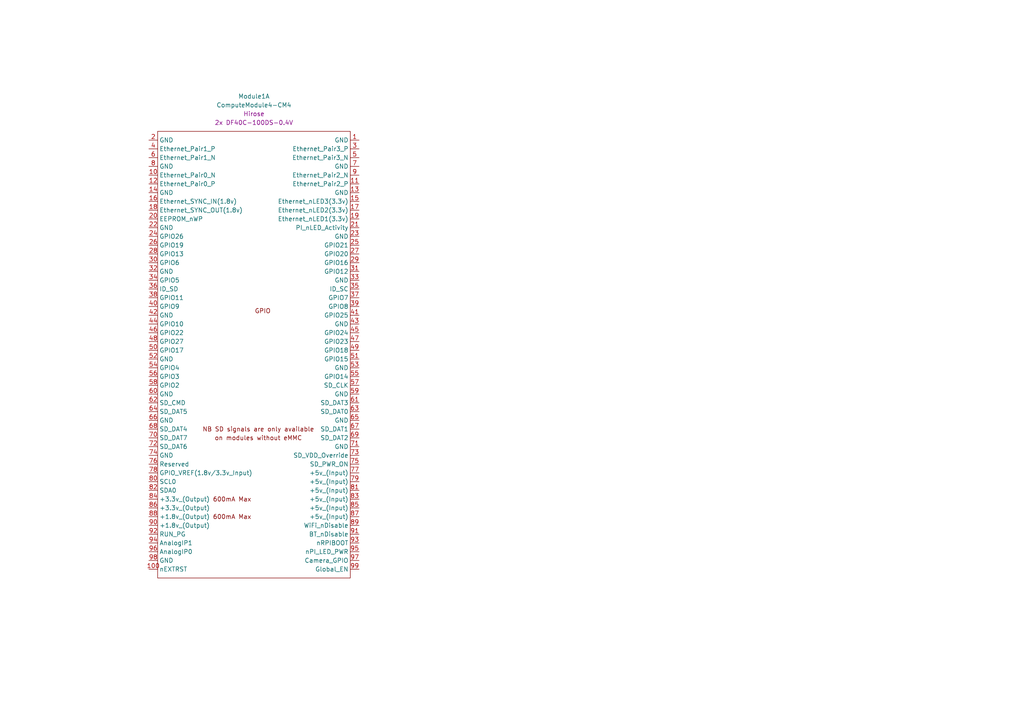
<source format=kicad_sch>
(kicad_sch (version 20250114) (generator "eeschema") (generator_version "9.0")
  (paper "A4")
  (lib_symbols
    (symbol "Raspberry_Pi_CM4:ComputeModule4-CM4"
      (property "Reference" "Module" (at 113.03 -68.58 0))
      (property "Value" "ComputeModule4-CM4" (at 140.97 2.54 0))
      (property "Field4" "Hirose" (at 0 0 0))
      (property "Field5" "2x DF40C-100DS-0.4V" (at 0 -2.54 0))
      (symbol "ComputeModule4-CM4_1_0"
        (text "GPIO" (at 0 6.35 0) (effects (font (size 1.27 1.27))))
      )
      (symbol "ComputeModule4-CM4_1_1"
        (rectangle (start -30.48 -71.12) (end 25.4 58.42))
        (text "600mA Max" (at -8.89 -48.26 0) (effects (font (size 1.27 1.27))))
        (text "600mA Max" (at -8.89 -53.34 0) (effects (font (size 1.27 1.27))))
        (text "NB SD signals are only available" (at -1.27 -27.94 0) (effects (font (size 1.27 1.27))))
        (text "on modules without eMMC" (at -1.27 -30.48 0) (effects (font (size 1.27 1.27))))
        (pin power_in line (at -33.02 55.88 0) (length 2.54) (name "GND") (number "2"))
        (pin passive line (at -33.02 53.34 0) (length 2.54) (name "Ethernet_Pair1_P") (number "4"))
        (pin passive line (at -33.02 50.8 0) (length 2.54) (name "Ethernet_Pair1_N") (number "6"))
        (pin power_in line (at -33.02 48.26 0) (length 2.54) (name "GND") (number "8"))
        (pin passive line (at -33.02 45.72 0) (length 2.54) (name "Ethernet_Pair0_N") (number "10"))
        (pin passive line (at -33.02 43.18 0) (length 2.54) (name "Ethernet_Pair0_P") (number "12"))
        (pin power_in line (at -33.02 40.64 0) (length 2.54) (name "GND") (number "14"))
        (pin input line (at -33.02 38.1 0) (length 2.54) (name "Ethernet_SYNC_IN(1.8v)") (number "16"))
        (pin input line (at -33.02 35.56 0) (length 2.54) (name "Ethernet_SYNC_OUT(1.8v)") (number "18"))
        (pin passive line (at -33.02 33.02 0) (length 2.54) (name "EEPROM_nWP") (number "20"))
        (pin power_in line (at -33.02 30.48 0) (length 2.54) (name "GND") (number "22"))
        (pin passive line (at -33.02 27.94 0) (length 2.54) (name "GPIO26") (number "24"))
        (pin passive line (at -33.02 25.4 0) (length 2.54) (name "GPIO19") (number "26"))
        (pin passive line (at -33.02 22.86 0) (length 2.54) (name "GPIO13") (number "28"))
        (pin passive line (at -33.02 20.32 0) (length 2.54) (name "GPIO6") (number "30"))
        (pin power_in line (at -33.02 17.78 0) (length 2.54) (name "GND") (number "32"))
        (pin passive line (at -33.02 15.24 0) (length 2.54) (name "GPIO5") (number "34"))
        (pin passive line (at -33.02 12.7 0) (length 2.54) (name "ID_SD") (number "36"))
        (pin passive line (at -33.02 10.16 0) (length 2.54) (name "GPIO11") (number "38"))
        (pin passive line (at -33.02 7.62 0) (length 2.54) (name "GPIO9") (number "40"))
        (pin power_in line (at -33.02 5.08 0) (length 2.54) (name "GND") (number "42"))
        (pin passive line (at -33.02 2.54 0) (length 2.54) (name "GPIO10") (number "44"))
        (pin passive line (at -33.02 0 0) (length 2.54) (name "GPIO22") (number "46"))
        (pin passive line (at -33.02 -2.54 0) (length 2.54) (name "GPIO27") (number "48"))
        (pin passive line (at -33.02 -5.08 0) (length 2.54) (name "GPIO17") (number "50"))
        (pin power_in line (at -33.02 -7.62 0) (length 2.54) (name "GND") (number "52"))
        (pin passive line (at -33.02 -10.16 0) (length 2.54) (name "GPIO4") (number "54"))
        (pin passive line (at -33.02 -12.7 0) (length 2.54) (name "GPIO3") (number "56"))
        (pin passive line (at -33.02 -15.24 0) (length 2.54) (name "GPIO2") (number "58"))
        (pin power_in line (at -33.02 -17.78 0) (length 2.54) (name "GND") (number "60"))
        (pin passive line (at -33.02 -20.32 0) (length 2.54) (name "SD_CMD") (number "62"))
        (pin passive line (at -33.02 -22.86 0) (length 2.54) (name "SD_DAT5") (number "64"))
        (pin power_in line (at -33.02 -25.4 0) (length 2.54) (name "GND") (number "66"))
        (pin passive line (at -33.02 -27.94 0) (length 2.54) (name "SD_DAT4") (number "68"))
        (pin passive line (at -33.02 -30.48 0) (length 2.54) (name "SD_DAT7") (number "70"))
        (pin passive line (at -33.02 -33.02 0) (length 2.54) (name "SD_DAT6") (number "72"))
        (pin power_in line (at -33.02 -35.56 0) (length 2.54) (name "GND") (number "74"))
        (pin passive line (at -33.02 -38.1 0) (length 2.54) (name "Reserved") (number "76"))
        (pin power_in line (at -33.02 -40.64 0) (length 2.54) (name "GPIO_VREF(1.8v/3.3v_Input)") (number "78"))
        (pin passive line (at -33.02 -43.18 0) (length 2.54) (name "SCL0") (number "80"))
        (pin passive line (at -33.02 -45.72 0) (length 2.54) (name "SDA0") (number "82"))
        (pin power_out line (at -33.02 -48.26 0) (length 2.54) (name "+3.3v_(Output)") (number "84"))
        (pin power_out line (at -33.02 -50.8 0) (length 2.54) (name "+3.3v_(Output)") (number "86"))
        (pin power_out line (at -33.02 -53.34 0) (length 2.54) (name "+1.8v_(Output)") (number "88"))
        (pin power_out line (at -33.02 -55.88 0) (length 2.54) (name "+1.8v_(Output)") (number "90"))
        (pin passive line (at -33.02 -58.42 0) (length 2.54) (name "RUN_PG") (number "92"))
        (pin passive line (at -33.02 -60.96 0) (length 2.54) (name "AnalogIP1") (number "94"))
        (pin passive line (at -33.02 -63.5 0) (length 2.54) (name "AnalogIP0") (number "96"))
        (pin power_in line (at -33.02 -66.04 0) (length 2.54) (name "GND") (number "98"))
        (pin output line (at -33.02 -68.58 0) (length 2.54) (name "nEXTRST") (number "100"))
        (pin power_in line (at 27.94 55.88 180) (length 2.54) (name "GND") (number "1"))
        (pin passive line (at 27.94 53.34 180) (length 2.54) (name "Ethernet_Pair3_P") (number "3"))
        (pin passive line (at 27.94 50.8 180) (length 2.54) (name "Ethernet_Pair3_N") (number "5"))
        (pin power_in line (at 27.94 48.26 180) (length 2.54) (name "GND") (number "7"))
        (pin passive line (at 27.94 45.72 180) (length 2.54) (name "Ethernet_Pair2_N") (number "9"))
        (pin passive line (at 27.94 43.18 180) (length 2.54) (name "Ethernet_Pair2_P") (number "11"))
        (pin power_in line (at 27.94 40.64 180) (length 2.54) (name "GND") (number "13"))
        (pin output line (at 27.94 38.1 180) (length 2.54) (name "Ethernet_nLED3(3.3v)") (number "15"))
        (pin output line (at 27.94 35.56 180) (length 2.54) (name "Ethernet_nLED2(3.3v)") (number "17"))
        (pin output line (at 27.94 33.02 180) (length 2.54) (name "Ethernet_nLED1(3.3v)") (number "19"))
        (pin open_collector line (at 27.94 30.48 180) (length 2.54) (name "PI_nLED_Activity") (number "21"))
        (pin power_in line (at 27.94 27.94 180) (length 2.54) (name "GND") (number "23"))
        (pin passive line (at 27.94 25.4 180) (length 2.54) (name "GPIO21") (number "25"))
        (pin passive line (at 27.94 22.86 180) (length 2.54) (name "GPIO20") (number "27"))
        (pin passive line (at 27.94 20.32 180) (length 2.54) (name "GPIO16") (number "29"))
        (pin passive line (at 27.94 17.78 180) (length 2.54) (name "GPIO12") (number "31"))
        (pin power_in line (at 27.94 15.24 180) (length 2.54) (name "GND") (number "33"))
        (pin passive line (at 27.94 12.7 180) (length 2.54) (name "ID_SC") (number "35"))
        (pin passive line (at 27.94 10.16 180) (length 2.54) (name "GPIO7") (number "37"))
        (pin passive line (at 27.94 7.62 180) (length 2.54) (name "GPIO8") (number "39"))
        (pin passive line (at 27.94 5.08 180) (length 2.54) (name "GPIO25") (number "41"))
        (pin power_in line (at 27.94 2.54 180) (length 2.54) (name "GND") (number "43"))
        (pin passive line (at 27.94 0 180) (length 2.54) (name "GPIO24") (number "45"))
        (pin passive line (at 27.94 -2.54 180) (length 2.54) (name "GPIO23") (number "47"))
        (pin passive line (at 27.94 -5.08 180) (length 2.54) (name "GPIO18") (number "49"))
        (pin passive line (at 27.94 -7.62 180) (length 2.54) (name "GPIO15") (number "51"))
        (pin power_in line (at 27.94 -10.16 180) (length 2.54) (name "GND") (number "53"))
        (pin passive line (at 27.94 -12.7 180) (length 2.54) (name "GPIO14") (number "55"))
        (pin passive line (at 27.94 -15.24 180) (length 2.54) (name "SD_CLK") (number "57"))
        (pin power_in line (at 27.94 -17.78 180) (length 2.54) (name "GND") (number "59"))
        (pin passive line (at 27.94 -20.32 180) (length 2.54) (name "SD_DAT3") (number "61"))
        (pin passive line (at 27.94 -22.86 180) (length 2.54) (name "SD_DAT0") (number "63"))
        (pin power_in line (at 27.94 -25.4 180) (length 2.54) (name "GND") (number "65"))
        (pin passive line (at 27.94 -27.94 180) (length 2.54) (name "SD_DAT1") (number "67"))
        (pin passive line (at 27.94 -30.48 180) (length 2.54) (name "SD_DAT2") (number "69"))
        (pin power_in line (at 27.94 -33.02 180) (length 2.54) (name "GND") (number "71"))
        (pin input line (at 27.94 -35.56 180) (length 2.54) (name "SD_VDD_Override") (number "73"))
        (pin output line (at 27.94 -38.1 180) (length 2.54) (name "SD_PWR_ON") (number "75"))
        (pin power_in line (at 27.94 -40.64 180) (length 2.54) (name "+5v_(Input)") (number "77"))
        (pin power_in line (at 27.94 -43.18 180) (length 2.54) (name "+5v_(Input)") (number "79"))
        (pin power_in line (at 27.94 -45.72 180) (length 2.54) (name "+5v_(Input)") (number "81"))
        (pin power_in line (at 27.94 -48.26 180) (length 2.54) (name "+5v_(Input)") (number "83"))
        (pin power_in line (at 27.94 -50.8 180) (length 2.54) (name "+5v_(Input)") (number "85"))
        (pin power_in line (at 27.94 -53.34 180) (length 2.54) (name "+5v_(Input)") (number "87"))
        (pin power_in line (at 27.94 -55.88 180) (length 2.54) (name "WiFi_nDisable") (number "89"))
        (pin power_in line (at 27.94 -58.42 180) (length 2.54) (name "BT_nDisable") (number "91"))
        (pin input line (at 27.94 -60.96 180) (length 2.54) (name "nRPIBOOT") (number "93"))
        (pin output line (at 27.94 -63.5 180) (length 2.54) (name "nPI_LED_PWR") (number "95"))
        (pin passive line (at 27.94 -66.04 180) (length 2.54) (name "Camera_GPIO") (number "97"))
        (pin input line (at 27.94 -68.58 180) (length 2.54) (name "Global_EN") (number "99"))
      )
      (symbol "ComputeModule4-CM4_2_1"
        (rectangle (start 114.3 -66.04) (end 165.1 63.5))
        (text "High Speed Serial" (at 140.97 0 0) (effects (font (size 1.27 1.27))))
        (pin input line (at 109.22 60.96 0) (length 5.08) (name "PCIe_CLK_nREQ") (number "102"))
        (pin passive line (at 109.22 58.42 0) (length 5.08) (name "Reserved") (number "104"))
        (pin passive line (at 109.22 55.88 0) (length 5.08) (name "Reserved") (number "106"))
        (pin power_in line (at 109.22 53.34 0) (length 5.08) (name "GND") (number "108"))
        (pin output line (at 109.22 50.8 0) (length 5.08) (name "PCIe_CLK_P") (number "110"))
        (pin output line (at 109.22 48.26 0) (length 5.08) (name "PCIe_CLK_N") (number "112"))
        (pin power_in line (at 109.22 45.72 0) (length 5.08) (name "GND") (number "114"))
        (pin input line (at 109.22 43.18 0) (length 5.08) (name "PCIe_RX_P") (number "116"))
        (pin input line (at 109.22 40.64 0) (length 5.08) (name "PCIe_RX_N") (number "118"))
        (pin power_in line (at 109.22 38.1 0) (length 5.08) (name "GND") (number "120"))
        (pin output line (at 109.22 35.56 0) (length 5.08) (name "PCIe_TX_P") (number "122"))
        (pin output line (at 109.22 33.02 0) (length 5.08) (name "PCIe_TX_N") (number "124"))
        (pin power_in line (at 109.22 30.48 0) (length 5.08) (name "GND") (number "126"))
        (pin input line (at 109.22 27.94 0) (length 5.08) (name "CAM0_D0_N") (number "128"))
        (pin input line (at 109.22 25.4 0) (length 5.08) (name "CAM0_D0_P") (number "130"))
        (pin power_in line (at 109.22 22.86 0) (length 5.08) (name "GND") (number "132"))
        (pin input line (at 109.22 20.32 0) (length 5.08) (name "CAM0_D1_N") (number "134"))
        (pin input line (at 109.22 17.78 0) (length 5.08) (name "CAM0_D1_P") (number "136"))
        (pin power_in line (at 109.22 15.24 0) (length 5.08) (name "GND") (number "138"))
        (pin input line (at 109.22 12.7 0) (length 5.08) (name "CAM0_C_N") (number "140"))
        (pin input line (at 109.22 10.16 0) (length 5.08) (name "CAM0_C_P") (number "142"))
        (pin power_in line (at 109.22 7.62 0) (length 5.08) (name "GND") (number "144"))
        (pin output line (at 109.22 5.08 0) (length 5.08) (name "HDMI1_TX2_P") (number "146"))
        (pin output line (at 109.22 2.54 0) (length 5.08) (name "HDMI1_TX2_N") (number "148"))
        (pin power_in line (at 109.22 0 0) (length 5.08) (name "GND") (number "150"))
        (pin output line (at 109.22 -2.54 0) (length 5.08) (name "HDMI1_TX1_P") (number "152"))
        (pin output line (at 109.22 -5.08 0) (length 5.08) (name "HDMI1_TX1_N") (number "154"))
        (pin power_in line (at 109.22 -7.62 0) (length 5.08) (name "GND") (number "156"))
        (pin output line (at 109.22 -10.16 0) (length 5.08) (name "HDMI1_TX0_P") (number "158"))
        (pin output line (at 109.22 -12.7 0) (length 5.08) (name "HDMI1_TX0_N") (number "160"))
        (pin power_in line (at 109.22 -15.24 0) (length 5.08) (name "GND") (number "162"))
        (pin output line (at 109.22 -17.78 0) (length 5.08) (name "HDMI1_CLK_P") (number "164"))
        (pin output line (at 109.22 -20.32 0) (length 5.08) (name "HDMI1_CLK_N") (number "166"))
        (pin power_in line (at 109.22 -22.86 0) (length 5.08) (name "GND") (number "168"))
        (pin output line (at 109.22 -25.4 0) (length 5.08) (name "HDMI0_TX2_P") (number "170"))
        (pin output line (at 109.22 -27.94 0) (length 5.08) (name "HDMI0_TX2_N") (number "172"))
        (pin power_in line (at 109.22 -30.48 0) (length 5.08) (name "GND") (number "174"))
        (pin output line (at 109.22 -33.02 0) (length 5.08) (name "HDMI0_TX1_P") (number "176"))
        (pin output line (at 109.22 -35.56 0) (length 5.08) (name "HDMI0_TX1_N") (number "178"))
        (pin power_in line (at 109.22 -38.1 0) (length 5.08) (name "GND") (number "180"))
        (pin output line (at 109.22 -40.64 0) (length 5.08) (name "HDMI0_TX0_P") (number "182"))
        (pin output line (at 109.22 -43.18 0) (length 5.08) (name "HDMI0_TX0_N") (number "184"))
        (pin power_in line (at 109.22 -45.72 0) (length 5.08) (name "GND") (number "186"))
        (pin output line (at 109.22 -48.26 0) (length 5.08) (name "HDMI0_CLK_P") (number "188"))
        (pin output line (at 109.22 -50.8 0) (length 5.08) (name "HDMI0_CLK_N") (number "190"))
        (pin power_in line (at 109.22 -53.34 0) (length 5.08) (name "GND") (number "192"))
        (pin output line (at 109.22 -55.88 0) (length 5.08) (name "DSI1_D3_N") (number "194"))
        (pin output line (at 109.22 -58.42 0) (length 5.08) (name "DSI1_D3_P") (number "196"))
        (pin power_in line (at 109.22 -60.96 0) (length 5.08) (name "GND") (number "198"))
        (pin open_collector line (at 109.22 -63.5 0) (length 5.08) (name "HDMI0_SCL") (number "200"))
        (pin input line (at 170.18 60.96 180) (length 5.08) (name "USB_OTG_ID") (number "101"))
        (pin passive line (at 170.18 58.42 180) (length 5.08) (name "USB2_N") (number "103"))
        (pin passive line (at 170.18 55.88 180) (length 5.08) (name "USB2_P") (number "105"))
        (pin power_in line (at 170.18 53.34 180) (length 5.08) (name "GND") (number "107"))
        (pin bidirectional line (at 170.18 50.8 180) (length 5.08) (name "PCIe_nRST") (number "109"))
        (pin passive line (at 170.18 48.26 180) (length 5.08) (name "VDAC_COMP") (number "111"))
        (pin power_in line (at 170.18 45.72 180) (length 5.08) (name "GND") (number "113"))
        (pin input line (at 170.18 43.18 180) (length 5.08) (name "CAM1_D0_N") (number "115"))
        (pin input line (at 170.18 40.64 180) (length 5.08) (name "CAM1_D0_P") (number "117"))
        (pin power_in line (at 170.18 38.1 180) (length 5.08) (name "GND") (number "119"))
        (pin input line (at 170.18 35.56 180) (length 5.08) (name "CAM1_D1_N") (number "121"))
        (pin input line (at 170.18 33.02 180) (length 5.08) (name "CAM1_D1_P") (number "123"))
        (pin power_in line (at 170.18 30.48 180) (length 5.08) (name "GND") (number "125"))
        (pin input line (at 170.18 27.94 180) (length 5.08) (name "CAM1_C_N") (number "127"))
        (pin input line (at 170.18 25.4 180) (length 5.08) (name "CAM1_C_P") (number "129"))
        (pin power_in line (at 170.18 22.86 180) (length 5.08) (name "GND") (number "131"))
        (pin input line (at 170.18 20.32 180) (length 5.08) (name "CAM1_D2_N") (number "133"))
        (pin input line (at 170.18 17.78 180) (length 5.08) (name "CAM1_D2_P") (number "135"))
        (pin power_in line (at 170.18 15.24 180) (length 5.08) (name "GND") (number "137"))
        (pin input line (at 170.18 12.7 180) (length 5.08) (name "CAM1_D3_N") (number "139"))
        (pin input line (at 170.18 10.16 180) (length 5.08) (name "CAM1_D3_P") (number "141"))
        (pin input line (at 170.18 7.62 180) (length 5.08) (name "HDMI1_HOTPLUG") (number "143"))
        (pin bidirectional line (at 170.18 5.08 180) (length 5.08) (name "HDMI1_SDA") (number "145"))
        (pin open_collector line (at 170.18 2.54 180) (length 5.08) (name "HDMI1_SCL") (number "147"))
        (pin open_collector line (at 170.18 0 180) (length 5.08) (name "HDMI1_CEC") (number "149"))
        (pin open_collector line (at 170.18 -2.54 180) (length 5.08) (name "HDMI0_CEC") (number "151"))
        (pin input line (at 170.18 -5.08 180) (length 5.08) (name "HDMI0_HOTPLUG") (number "153"))
        (pin power_in line (at 170.18 -7.62 180) (length 5.08) (name "GND") (number "155"))
        (pin output line (at 170.18 -10.16 180) (length 5.08) (name "DSI0_D0_N") (number "157"))
        (pin output line (at 170.18 -12.7 180) (length 5.08) (name "DSI0_D0_P") (number "159"))
        (pin power_in line (at 170.18 -15.24 180) (length 5.08) (name "GND") (number "161"))
        (pin output line (at 170.18 -17.78 180) (length 5.08) (name "DSI0_D1_N") (number "163"))
        (pin output line (at 170.18 -20.32 180) (length 5.08) (name "DSI0_D1_P") (number "165"))
        (pin power_in line (at 170.18 -22.86 180) (length 5.08) (name "GND") (number "167"))
        (pin output line (at 170.18 -25.4 180) (length 5.08) (name "DSI0_C_N") (number "169"))
        (pin output line (at 170.18 -27.94 180) (length 5.08) (name "DSI0_C_P") (number "171"))
        (pin power_in line (at 170.18 -30.48 180) (length 5.08) (name "GND") (number "173"))
        (pin output line (at 170.18 -33.02 180) (length 5.08) (name "DSI1_D0_N") (number "175"))
        (pin output line (at 170.18 -35.56 180) (length 5.08) (name "DSI1_D0_P") (number "177"))
        (pin power_in line (at 170.18 -38.1 180) (length 5.08) (name "GND") (number "179"))
        (pin output line (at 170.18 -40.64 180) (length 5.08) (name "DSI1_D1_N") (number "181"))
        (pin output line (at 170.18 -43.18 180) (length 5.08) (name "DSI1_D1_P") (number "183"))
        (pin power_in line (at 170.18 -45.72 180) (length 5.08) (name "GND") (number "185"))
        (pin output line (at 170.18 -48.26 180) (length 5.08) (name "DSI1_C_N") (number "187"))
        (pin output line (at 170.18 -50.8 180) (length 5.08) (name "DSI1_C_P") (number "189"))
        (pin power_in line (at 170.18 -53.34 180) (length 5.08) (name "GND") (number "191"))
        (pin output line (at 170.18 -55.88 180) (length 5.08) (name "DSI1_D2_N") (number "193"))
        (pin output line (at 170.18 -58.42 180) (length 5.08) (name "DSI1_D2_P") (number "195"))
        (pin power_in line (at 170.18 -60.96 180) (length 5.08) (name "GND") (number "197"))
        (pin bidirectional line (at 170.18 -63.5 180) (length 5.08) (name "HDMI0_SDA") (number "199"))
      )
    )
  )
  (symbol (lib_id "Raspberry_Pi_CM4:ComputeModule4-CM4") (at 76.2 96.52 0) (unit 1)
    (property "Reference" "Module1" (at 73.66 27.94 0))
    (property "Value" "ComputeModule4-CM4" (at 73.66 30.48 0))
    (property "Footprint" "CM4IO:Raspberry-Pi-4-Compute-Module" (effects (hide yes)))
    (property "Field4" "Hirose" (at 73.66 33.02 0))
    (property "Field5" "2x DF40C-100DS-0.4V" (at 73.66 35.56 0))
  )
)
</source>
